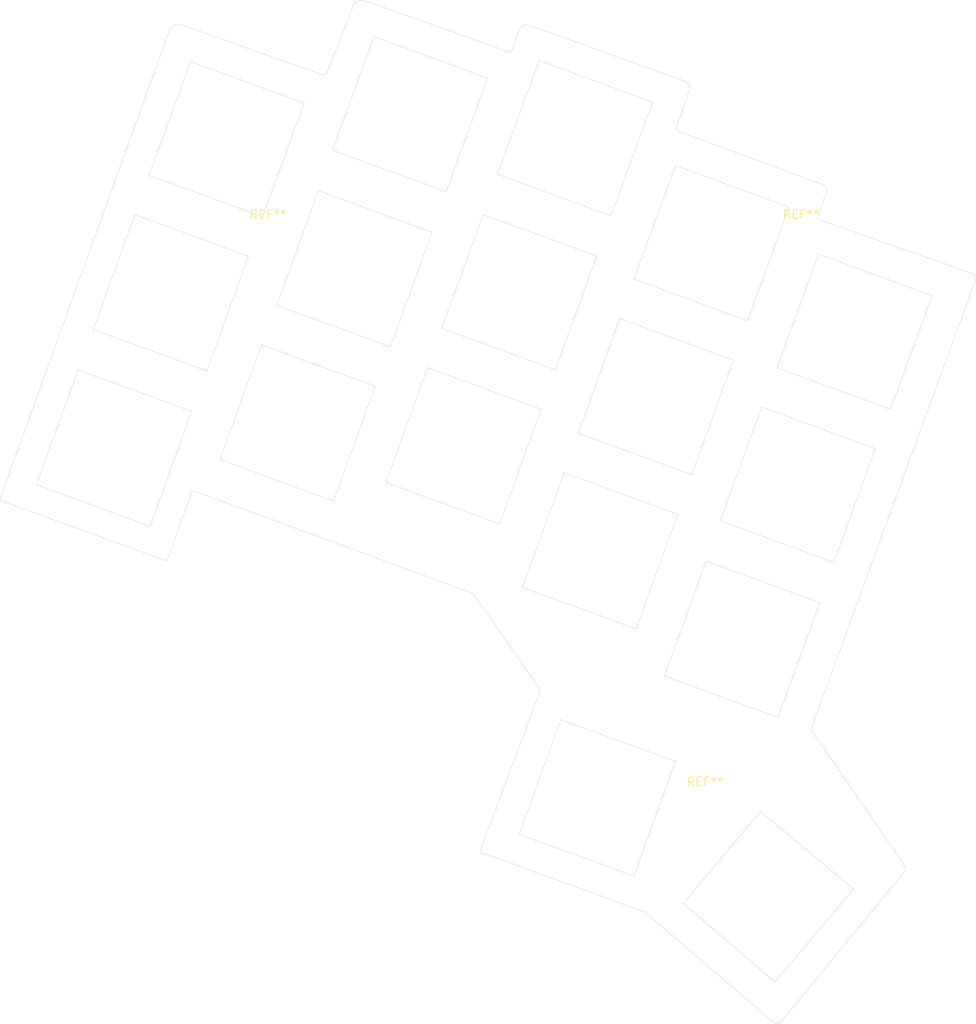
<source format=kicad_pcb>
(kicad_pcb (version 20171130) (host pcbnew "(5.1.10-1-10_14)")

  (general
    (thickness 1.6)
    (drawings 107)
    (tracks 0)
    (zones 0)
    (modules 3)
    (nets 1)
  )

  (page A4)
  (layers
    (0 F.Cu signal)
    (31 B.Cu signal)
    (32 B.Adhes user hide)
    (33 F.Adhes user hide)
    (34 B.Paste user hide)
    (35 F.Paste user hide)
    (36 B.SilkS user hide)
    (37 F.SilkS user hide)
    (38 B.Mask user hide)
    (39 F.Mask user hide)
    (40 Dwgs.User user hide)
    (41 Cmts.User user hide)
    (42 Eco1.User user hide)
    (43 Eco2.User user hide)
    (44 Edge.Cuts user)
    (45 Margin user hide)
    (46 B.CrtYd user hide)
    (47 F.CrtYd user hide)
    (48 B.Fab user hide)
    (49 F.Fab user hide)
  )

  (setup
    (last_trace_width 0.127)
    (user_trace_width 0.15)
    (user_trace_width 0.2)
    (user_trace_width 0.4)
    (user_trace_width 0.6)
    (trace_clearance 0.127)
    (zone_clearance 0.508)
    (zone_45_only no)
    (trace_min 0.127)
    (via_size 0.6)
    (via_drill 0.3)
    (via_min_size 0.6)
    (via_min_drill 0.3)
    (user_via 0.6 0.3)
    (user_via 0.9 0.4)
    (uvia_size 0.6858)
    (uvia_drill 0.3302)
    (uvias_allowed no)
    (uvia_min_size 0.2)
    (uvia_min_drill 0.1)
    (edge_width 0.05)
    (segment_width 0.2)
    (pcb_text_width 0.3)
    (pcb_text_size 1.5 1.5)
    (mod_edge_width 0.12)
    (mod_text_size 1 1)
    (mod_text_width 0.15)
    (pad_size 1.524 1.524)
    (pad_drill 0.762)
    (pad_to_mask_clearance 0)
    (solder_mask_min_width 0.12)
    (aux_axis_origin 0 0)
    (grid_origin 156.21 235.077)
    (visible_elements FFFFFF7F)
    (pcbplotparams
      (layerselection 0x01000_ffffffff)
      (usegerberextensions false)
      (usegerberattributes true)
      (usegerberadvancedattributes true)
      (creategerberjobfile true)
      (excludeedgelayer true)
      (linewidth 0.100000)
      (plotframeref false)
      (viasonmask false)
      (mode 1)
      (useauxorigin false)
      (hpglpennumber 1)
      (hpglpenspeed 20)
      (hpglpendiameter 15.000000)
      (psnegative false)
      (psa4output false)
      (plotreference true)
      (plotvalue false)
      (plotinvisibletext false)
      (padsonsilk false)
      (subtractmaskfromsilk false)
      (outputformat 1)
      (mirror false)
      (drillshape 0)
      (scaleselection 1)
      (outputdirectory "gerbers/"))
  )

  (net 0 "")

  (net_class Default "This is the default net class."
    (clearance 0.127)
    (trace_width 0.127)
    (via_dia 0.6)
    (via_drill 0.3)
    (uvia_dia 0.6858)
    (uvia_drill 0.3302)
    (diff_pair_width 0.1524)
    (diff_pair_gap 0.254)
  )

  (module MountingHole:MountingHole_2.2mm_M2 (layer F.Cu) (tedit 56D1B4CB) (tstamp 61549816)
    (at 94.742 106.807)
    (descr "Mounting Hole 2.2mm, no annular, M2")
    (tags "mounting hole 2.2mm no annular m2")
    (attr virtual)
    (fp_text reference REF** (at 0 -3.2) (layer F.SilkS)
      (effects (font (size 1 1) (thickness 0.15)))
    )
    (fp_text value MountingHole_2.2mm_M2 (at 0 3.2) (layer F.Fab)
      (effects (font (size 1 1) (thickness 0.15)))
    )
    (fp_circle (center 0 0) (end 2.2 0) (layer Cmts.User) (width 0.15))
    (fp_circle (center 0 0) (end 2.45 0) (layer F.CrtYd) (width 0.05))
    (fp_text user %R (at 0.3 0) (layer F.Fab)
      (effects (font (size 1 1) (thickness 0.15)))
    )
    (pad 1 np_thru_hole circle (at 0 0) (size 2.2 2.2) (drill 2.2) (layers *.Cu *.Mask))
  )

  (module MountingHole:MountingHole_2.2mm_M2 (layer F.Cu) (tedit 56D1B4CB) (tstamp 61549816)
    (at 105.918 40.894)
    (descr "Mounting Hole 2.2mm, no annular, M2")
    (tags "mounting hole 2.2mm no annular m2")
    (attr virtual)
    (fp_text reference REF** (at 0 -3.2) (layer F.SilkS)
      (effects (font (size 1 1) (thickness 0.15)))
    )
    (fp_text value MountingHole_2.2mm_M2 (at 0 3.2) (layer F.Fab)
      (effects (font (size 1 1) (thickness 0.15)))
    )
    (fp_circle (center 0 0) (end 2.2 0) (layer Cmts.User) (width 0.15))
    (fp_circle (center 0 0) (end 2.45 0) (layer F.CrtYd) (width 0.05))
    (fp_text user %R (at 0.3 0) (layer F.Fab)
      (effects (font (size 1 1) (thickness 0.15)))
    )
    (pad 1 np_thru_hole circle (at 0 0) (size 2.2 2.2) (drill 2.2) (layers *.Cu *.Mask))
  )

  (module MountingHole:MountingHole_2.2mm_M2 (layer F.Cu) (tedit 56D1B4CB) (tstamp 61549806)
    (at 43.942 40.894)
    (descr "Mounting Hole 2.2mm, no annular, M2")
    (tags "mounting hole 2.2mm no annular m2")
    (attr virtual)
    (fp_text reference REF** (at 0 -3.2) (layer F.SilkS)
      (effects (font (size 1 1) (thickness 0.15)))
    )
    (fp_text value MountingHole_2.2mm_M2 (at 0 3.2) (layer F.Fab)
      (effects (font (size 1 1) (thickness 0.15)))
    )
    (fp_circle (center 0 0) (end 2.2 0) (layer Cmts.User) (width 0.15))
    (fp_circle (center 0 0) (end 2.45 0) (layer F.CrtYd) (width 0.05))
    (fp_text user %R (at 0.3 0) (layer F.Fab)
      (effects (font (size 1 1) (thickness 0.15)))
    )
    (pad 1 np_thru_hole circle (at 0 0) (size 2.2 2.2) (drill 2.2) (layers *.Cu *.Mask))
  )

  (gr_arc (start 125.73 45.085) (end 126.238 45.212) (angle -77.47114336) (layer Edge.Cuts) (width 0.05))
  (gr_arc (start 107.823 97.409) (end 107.134805 97.335198) (angle -37.08476013) (layer Edge.Cuts) (width 0.05))
  (gr_line (start 107.229494 97.765104) (end 118.096312 113.541061) (layer Edge.Cuts) (width 0.05) (tstamp 6155B6FE))
  (gr_line (start 73.152 109.728) (end 86.487 114.554) (layer Edge.Cuts) (width 0.05) (tstamp 6154690D))
  (gr_line (start 77.978 96.393) (end 73.152 109.728) (layer Edge.Cuts) (width 0.05))
  (gr_line (start 91.313 101.219) (end 77.978 96.393) (layer Edge.Cuts) (width 0.05))
  (gr_line (start 86.487 114.554) (end 91.313 101.219) (layer Edge.Cuts) (width 0.05))
  (gr_line (start 112.014 116.078) (end 101.219 107.061) (layer Edge.Cuts) (width 0.05) (tstamp 615468F4))
  (gr_line (start 102.87 126.873) (end 112.014 116.078) (layer Edge.Cuts) (width 0.05))
  (gr_line (start 92.202 117.729) (end 102.87 126.873) (layer Edge.Cuts) (width 0.05))
  (gr_line (start 101.219 107.061) (end 92.202 117.729) (layer Edge.Cuts) (width 0.05))
  (gr_line (start 94.869 77.978) (end 108.077 82.804) (layer Edge.Cuts) (width 0.05) (tstamp 615468A5))
  (gr_line (start 103.251 96.139) (end 90.043 91.313) (layer Edge.Cuts) (width 0.05) (tstamp 615468A4))
  (gr_line (start 108.077 82.804) (end 103.251 96.139) (layer Edge.Cuts) (width 0.05) (tstamp 615468A3))
  (gr_line (start 90.043 91.313) (end 94.869 77.978) (layer Edge.Cuts) (width 0.05) (tstamp 615468A2))
  (gr_line (start 78.359 67.691) (end 91.567 72.517) (layer Edge.Cuts) (width 0.05) (tstamp 615468A5))
  (gr_line (start 86.741 85.852) (end 73.533 81.026) (layer Edge.Cuts) (width 0.05) (tstamp 615468A4))
  (gr_line (start 91.567 72.517) (end 86.741 85.852) (layer Edge.Cuts) (width 0.05) (tstamp 615468A3))
  (gr_line (start 73.533 81.026) (end 78.359 67.691) (layer Edge.Cuts) (width 0.05) (tstamp 615468A2))
  (gr_line (start 62.484 55.499) (end 75.692 60.325) (layer Edge.Cuts) (width 0.05) (tstamp 615468A5))
  (gr_line (start 70.866 73.66) (end 57.658 68.834) (layer Edge.Cuts) (width 0.05) (tstamp 615468A4))
  (gr_line (start 75.692 60.325) (end 70.866 73.66) (layer Edge.Cuts) (width 0.05) (tstamp 615468A3))
  (gr_line (start 57.658 68.834) (end 62.484 55.499) (layer Edge.Cuts) (width 0.05) (tstamp 615468A2))
  (gr_line (start 43.18 52.832) (end 56.388 57.658) (layer Edge.Cuts) (width 0.05) (tstamp 615468A5))
  (gr_line (start 51.562 70.993) (end 38.354 66.167) (layer Edge.Cuts) (width 0.05) (tstamp 615468A4))
  (gr_line (start 56.388 57.658) (end 51.562 70.993) (layer Edge.Cuts) (width 0.05) (tstamp 615468A3))
  (gr_line (start 38.354 66.167) (end 43.18 52.832) (layer Edge.Cuts) (width 0.05) (tstamp 615468A2))
  (gr_line (start 21.844 55.753) (end 35.052 60.579) (layer Edge.Cuts) (width 0.05) (tstamp 615468A5))
  (gr_line (start 30.226 73.914) (end 17.018 69.088) (layer Edge.Cuts) (width 0.05) (tstamp 615468A4))
  (gr_line (start 35.052 60.579) (end 30.226 73.914) (layer Edge.Cuts) (width 0.05) (tstamp 615468A3))
  (gr_line (start 17.018 69.088) (end 21.844 55.753) (layer Edge.Cuts) (width 0.05) (tstamp 615468A2))
  (gr_line (start 28.448 37.719) (end 41.656 42.545) (layer Edge.Cuts) (width 0.05) (tstamp 615468A5))
  (gr_line (start 36.83 55.88) (end 23.622 51.054) (layer Edge.Cuts) (width 0.05) (tstamp 615468A4))
  (gr_line (start 41.656 42.545) (end 36.83 55.88) (layer Edge.Cuts) (width 0.05) (tstamp 615468A3))
  (gr_line (start 23.622 51.054) (end 28.448 37.719) (layer Edge.Cuts) (width 0.05) (tstamp 615468A2))
  (gr_line (start 49.784 34.925) (end 62.992 39.751) (layer Edge.Cuts) (width 0.05) (tstamp 615468A5))
  (gr_line (start 58.166 53.086) (end 44.958 48.26) (layer Edge.Cuts) (width 0.05) (tstamp 615468A4))
  (gr_line (start 62.992 39.751) (end 58.166 53.086) (layer Edge.Cuts) (width 0.05) (tstamp 615468A3))
  (gr_line (start 44.958 48.26) (end 49.784 34.925) (layer Edge.Cuts) (width 0.05) (tstamp 615468A2))
  (gr_line (start 77.343 55.753) (end 64.135 50.927) (layer Edge.Cuts) (width 0.05) (tstamp 61546826))
  (gr_line (start 82.169 42.545) (end 77.343 55.753) (layer Edge.Cuts) (width 0.05) (tstamp 61546825))
  (gr_line (start 68.961 37.719) (end 82.169 42.545) (layer Edge.Cuts) (width 0.05) (tstamp 61546824))
  (gr_line (start 64.135 50.927) (end 68.961 37.719) (layer Edge.Cuts) (width 0.05) (tstamp 61546823))
  (gr_line (start 93.218 67.945) (end 80.01 63.119) (layer Edge.Cuts) (width 0.05) (tstamp 61546826))
  (gr_line (start 98.044 54.61) (end 93.218 67.945) (layer Edge.Cuts) (width 0.05) (tstamp 61546825))
  (gr_line (start 84.836 49.784) (end 98.044 54.61) (layer Edge.Cuts) (width 0.05) (tstamp 61546824))
  (gr_line (start 80.01 63.119) (end 84.836 49.784) (layer Edge.Cuts) (width 0.05) (tstamp 61546823))
  (gr_line (start 109.728 78.105) (end 96.52 73.279) (layer Edge.Cuts) (width 0.05) (tstamp 61546826))
  (gr_line (start 114.554 64.897) (end 109.728 78.105) (layer Edge.Cuts) (width 0.05) (tstamp 61546825))
  (gr_line (start 101.346 60.071) (end 114.554 64.897) (layer Edge.Cuts) (width 0.05) (tstamp 61546824))
  (gr_line (start 96.52 73.279) (end 101.346 60.071) (layer Edge.Cuts) (width 0.05) (tstamp 61546823))
  (gr_line (start 116.332 60.325) (end 103.124 55.499) (layer Edge.Cuts) (width 0.05) (tstamp 61546826))
  (gr_line (start 121.158 47.117) (end 116.332 60.325) (layer Edge.Cuts) (width 0.05) (tstamp 61546825))
  (gr_line (start 107.95 42.291) (end 121.158 47.117) (layer Edge.Cuts) (width 0.05) (tstamp 61546824))
  (gr_line (start 103.124 55.499) (end 107.95 42.291) (layer Edge.Cuts) (width 0.05) (tstamp 61546823))
  (gr_line (start 99.695 50.038) (end 86.487 45.212) (layer Edge.Cuts) (width 0.05) (tstamp 61546826))
  (gr_line (start 104.521 36.83) (end 99.695 50.038) (layer Edge.Cuts) (width 0.05) (tstamp 61546825))
  (gr_line (start 91.313 32.004) (end 104.521 36.83) (layer Edge.Cuts) (width 0.05) (tstamp 61546824))
  (gr_line (start 86.487 45.212) (end 91.313 32.004) (layer Edge.Cuts) (width 0.05) (tstamp 61546823))
  (gr_line (start 83.82 37.846) (end 70.612 33.02) (layer Edge.Cuts) (width 0.05) (tstamp 61546826))
  (gr_line (start 88.646 24.638) (end 83.82 37.846) (layer Edge.Cuts) (width 0.05) (tstamp 61546825))
  (gr_line (start 75.438 19.812) (end 88.646 24.638) (layer Edge.Cuts) (width 0.05) (tstamp 61546824))
  (gr_line (start 70.612 33.02) (end 75.438 19.812) (layer Edge.Cuts) (width 0.05) (tstamp 61546823))
  (gr_line (start 64.643 35.052) (end 51.435 30.226) (layer Edge.Cuts) (width 0.05) (tstamp 61546826))
  (gr_line (start 69.469 21.844) (end 64.643 35.052) (layer Edge.Cuts) (width 0.05) (tstamp 61546825))
  (gr_line (start 56.261 17.018) (end 69.469 21.844) (layer Edge.Cuts) (width 0.05) (tstamp 61546824))
  (gr_line (start 51.435 30.226) (end 56.261 17.018) (layer Edge.Cuts) (width 0.05) (tstamp 61546823))
  (gr_line (start 43.307 37.973) (end 30.099 33.147) (layer Edge.Cuts) (width 0.05))
  (gr_line (start 48.133 24.765) (end 43.307 37.973) (layer Edge.Cuts) (width 0.05))
  (gr_line (start 34.925 19.939) (end 48.133 24.765) (layer Edge.Cuts) (width 0.05))
  (gr_line (start 30.099 33.147) (end 34.925 19.939) (layer Edge.Cuts) (width 0.05) (tstamp 615467F4))
  (gr_arc (start 69.088 111.506) (end 68.707001 111.379001) (angle -90) (layer Edge.Cuts) (width 0.05))
  (gr_arc (start 103.124 131.064001) (end 102.743001 131.572001) (angle -90) (layer Edge.Cuts) (width 0.05))
  (gr_arc (start 75.311 92.964) (end 75.564999 93.090999) (angle -53.13010235) (layer Edge.Cuts) (width 0.05))
  (gr_arc (start 67.437 82.169) (end 67.818 81.788) (angle -30.96375653) (layer Edge.Cuts) (width 0.05))
  (gr_arc (start 35.306 70.104) (end 35.432999 69.850001) (angle -89.99990977) (layer Edge.Cuts) (width 0.05))
  (gr_arc (start 32.004 77.597) (end 31.877001 77.850999) (angle -90) (layer Edge.Cuts) (width 0.05))
  (gr_arc (start 13.081 70.739) (end 12.827001 70.612001) (angle -71.56505118) (layer Edge.Cuts) (width 0.05))
  (gr_arc (start 117.542039 113.665) (end 118.050039 113.919) (angle -39.16943955) (layer Edge.Cuts) (width 0.05))
  (gr_arc (start 108.331 37.973) (end 107.950001 37.846001) (angle -90) (layer Edge.Cuts) (width 0.05))
  (gr_line (start 108.839 35.178998) (end 107.95 37.846) (layer Edge.Cuts) (width 0.05))
  (gr_arc (start 108.077001 34.924999) (end 108.839 35.178998) (angle -90) (layer Edge.Cuts) (width 0.05) (tstamp 614EF1AA))
  (gr_arc (start 91.820999 27.685999) (end 91.44 27.559) (angle -81.86989765) (layer Edge.Cuts) (width 0.05))
  (gr_line (start 92.964 23.240998) (end 91.44 27.559) (layer Edge.Cuts) (width 0.05))
  (gr_arc (start 92.202001 22.986999) (end 92.964 23.240998) (angle -90) (layer Edge.Cuts) (width 0.05))
  (gr_arc (start 72.009 18.542) (end 71.882001 18.795999) (angle -98.13010235) (layer Edge.Cuts) (width 0.05))
  (gr_line (start 73.123432 16.331144) (end 72.278407 18.631802) (layer Edge.Cuts) (width 0.05))
  (gr_arc (start 74.041 16.637) (end 74.421999 15.748001) (angle -94.76364169) (layer Edge.Cuts) (width 0.05))
  (gr_arc (start 50.419 21.082) (end 50.292001 21.462999) (angle -94.39870535) (layer Edge.Cuts) (width 0.05))
  (gr_line (start 53.871096 13.349434) (end 50.808617 21.179404) (layer Edge.Cuts) (width 0.05))
  (gr_arc (start 54.864001 13.969999) (end 55.118 12.827) (angle -70.5234245) (layer Edge.Cuts) (width 0.05) (tstamp 614EF191))
  (gr_arc (start 33.528 16.764) (end 33.781999 15.621001) (angle -70.5234245) (layer Edge.Cuts) (width 0.05))
  (gr_line (start 108.204001 38.353999) (end 125.964177 44.616647) (layer Edge.Cuts) (width 0.05) (tstamp 614EF16A))
  (gr_line (start 91.641395 28.045208) (end 108.331 34.163) (layer Edge.Cuts) (width 0.05) (tstamp 614EF16A))
  (gr_line (start 55.118 12.827) (end 71.882001 18.795999) (layer Edge.Cuts) (width 0.05) (tstamp 614EF16A))
  (gr_line (start 33.782 15.621) (end 50.292001 21.462999) (layer Edge.Cuts) (width 0.05) (tstamp 614EF16A))
  (gr_line (start 126.238 45.212) (end 107.134805 97.335198) (layer Edge.Cuts) (width 0.05))
  (gr_line (start 74.422 15.748) (end 92.456 22.225) (layer Edge.Cuts) (width 0.05))
  (gr_line (start 103.632 131.445) (end 118.050039 113.919) (layer Edge.Cuts) (width 0.05))
  (gr_line (start 87.757 118.745) (end 102.743001 131.572001) (layer Edge.Cuts) (width 0.05))
  (gr_line (start 68.961001 111.886999) (end 87.757 118.745) (layer Edge.Cuts) (width 0.05))
  (gr_line (start 75.564999 93.090999) (end 68.707001 111.379001) (layer Edge.Cuts) (width 0.05))
  (gr_line (start 67.818 81.788) (end 75.564999 92.837) (layer Edge.Cuts) (width 0.05))
  (gr_line (start 35.432999 69.850001) (end 67.567682 81.646272) (layer Edge.Cuts) (width 0.05))
  (gr_line (start 32.257999 77.723999) (end 35.052001 69.977001) (layer Edge.Cuts) (width 0.05))
  (gr_line (start 12.880197 70.939804) (end 31.877001 77.850999) (layer Edge.Cuts) (width 0.05))
  (gr_line (start 32.535095 16.143435) (end 12.827001 70.612001) (layer Edge.Cuts) (width 0.05))

)

</source>
